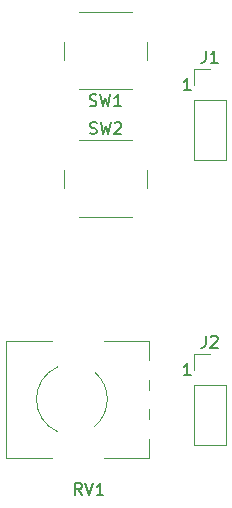
<source format=gbr>
G04 #@! TF.GenerationSoftware,KiCad,Pcbnew,(5.1.8)-1*
G04 #@! TF.CreationDate,2021-07-09T23:14:26+09:00*
G04 #@! TF.ProjectId,L3PSG6n9Side,4c335053-4736-46e3-9953-6964652e6b69,rev?*
G04 #@! TF.SameCoordinates,Original*
G04 #@! TF.FileFunction,Legend,Top*
G04 #@! TF.FilePolarity,Positive*
%FSLAX46Y46*%
G04 Gerber Fmt 4.6, Leading zero omitted, Abs format (unit mm)*
G04 Created by KiCad (PCBNEW (5.1.8)-1) date 2021-07-09 23:14:26*
%MOMM*%
%LPD*%
G01*
G04 APERTURE LIST*
%ADD10C,0.120000*%
%ADD11C,0.150000*%
G04 APERTURE END LIST*
D10*
X77235000Y-85550000D02*
X77235000Y-84050000D01*
X75985000Y-81550000D02*
X71485000Y-81550000D01*
X70235000Y-84050000D02*
X70235000Y-85550000D01*
X71485000Y-88050000D02*
X75985000Y-88050000D01*
X70212000Y-73200000D02*
X70212000Y-74700000D01*
X71462000Y-77200000D02*
X75962000Y-77200000D01*
X77212000Y-74700000D02*
X77212000Y-73200000D01*
X75962000Y-70700000D02*
X71462000Y-70700000D01*
X65314000Y-108426000D02*
X65314000Y-98505000D01*
X77434000Y-100140000D02*
X77434000Y-98505000D01*
X77434000Y-102640000D02*
X77434000Y-101790000D01*
X77434000Y-105140000D02*
X77434000Y-104290000D01*
X77434000Y-108426000D02*
X77434000Y-106790000D01*
X69179000Y-98505000D02*
X65314000Y-98505000D01*
X77434000Y-98505000D02*
X73568000Y-98505000D01*
X69179000Y-108426000D02*
X65314000Y-108426000D01*
X77434000Y-108426000D02*
X73568000Y-108426000D01*
X69702018Y-106227432D02*
G75*
G02*
X69701000Y-100703000I1171982J2762432D01*
G01*
X72802295Y-101167247D02*
G75*
G02*
X72802000Y-105763000I-1928295J-2297753D01*
G01*
X81220000Y-99635000D02*
X82550000Y-99635000D01*
X81220000Y-100965000D02*
X81220000Y-99635000D01*
X81220000Y-102235000D02*
X83880000Y-102235000D01*
X83880000Y-102235000D02*
X83880000Y-107375000D01*
X81220000Y-102235000D02*
X81220000Y-107375000D01*
X81220000Y-107375000D02*
X83880000Y-107375000D01*
X81220000Y-75505000D02*
X82550000Y-75505000D01*
X81220000Y-76835000D02*
X81220000Y-75505000D01*
X81220000Y-78105000D02*
X83880000Y-78105000D01*
X83880000Y-78105000D02*
X83880000Y-83245000D01*
X81220000Y-78105000D02*
X81220000Y-83245000D01*
X81220000Y-83245000D02*
X83880000Y-83245000D01*
D11*
X72401666Y-80954761D02*
X72544523Y-81002380D01*
X72782619Y-81002380D01*
X72877857Y-80954761D01*
X72925476Y-80907142D01*
X72973095Y-80811904D01*
X72973095Y-80716666D01*
X72925476Y-80621428D01*
X72877857Y-80573809D01*
X72782619Y-80526190D01*
X72592142Y-80478571D01*
X72496904Y-80430952D01*
X72449285Y-80383333D01*
X72401666Y-80288095D01*
X72401666Y-80192857D01*
X72449285Y-80097619D01*
X72496904Y-80050000D01*
X72592142Y-80002380D01*
X72830238Y-80002380D01*
X72973095Y-80050000D01*
X73306428Y-80002380D02*
X73544523Y-81002380D01*
X73735000Y-80288095D01*
X73925476Y-81002380D01*
X74163571Y-80002380D01*
X74496904Y-80097619D02*
X74544523Y-80050000D01*
X74639761Y-80002380D01*
X74877857Y-80002380D01*
X74973095Y-80050000D01*
X75020714Y-80097619D01*
X75068333Y-80192857D01*
X75068333Y-80288095D01*
X75020714Y-80430952D01*
X74449285Y-81002380D01*
X75068333Y-81002380D01*
X72378666Y-78604761D02*
X72521523Y-78652380D01*
X72759619Y-78652380D01*
X72854857Y-78604761D01*
X72902476Y-78557142D01*
X72950095Y-78461904D01*
X72950095Y-78366666D01*
X72902476Y-78271428D01*
X72854857Y-78223809D01*
X72759619Y-78176190D01*
X72569142Y-78128571D01*
X72473904Y-78080952D01*
X72426285Y-78033333D01*
X72378666Y-77938095D01*
X72378666Y-77842857D01*
X72426285Y-77747619D01*
X72473904Y-77700000D01*
X72569142Y-77652380D01*
X72807238Y-77652380D01*
X72950095Y-77700000D01*
X73283428Y-77652380D02*
X73521523Y-78652380D01*
X73712000Y-77938095D01*
X73902476Y-78652380D01*
X74140571Y-77652380D01*
X75045333Y-78652380D02*
X74473904Y-78652380D01*
X74759619Y-78652380D02*
X74759619Y-77652380D01*
X74664380Y-77795238D01*
X74569142Y-77890476D01*
X74473904Y-77938095D01*
X71728761Y-111567380D02*
X71395428Y-111091190D01*
X71157333Y-111567380D02*
X71157333Y-110567380D01*
X71538285Y-110567380D01*
X71633523Y-110615000D01*
X71681142Y-110662619D01*
X71728761Y-110757857D01*
X71728761Y-110900714D01*
X71681142Y-110995952D01*
X71633523Y-111043571D01*
X71538285Y-111091190D01*
X71157333Y-111091190D01*
X72014476Y-110567380D02*
X72347809Y-111567380D01*
X72681142Y-110567380D01*
X73538285Y-111567380D02*
X72966857Y-111567380D01*
X73252571Y-111567380D02*
X73252571Y-110567380D01*
X73157333Y-110710238D01*
X73062095Y-110805476D01*
X72966857Y-110853095D01*
X82216666Y-98087380D02*
X82216666Y-98801666D01*
X82169047Y-98944523D01*
X82073809Y-99039761D01*
X81930952Y-99087380D01*
X81835714Y-99087380D01*
X82645238Y-98182619D02*
X82692857Y-98135000D01*
X82788095Y-98087380D01*
X83026190Y-98087380D01*
X83121428Y-98135000D01*
X83169047Y-98182619D01*
X83216666Y-98277857D01*
X83216666Y-98373095D01*
X83169047Y-98515952D01*
X82597619Y-99087380D01*
X83216666Y-99087380D01*
X80930714Y-101417380D02*
X80359285Y-101417380D01*
X80645000Y-101417380D02*
X80645000Y-100417380D01*
X80549761Y-100560238D01*
X80454523Y-100655476D01*
X80359285Y-100703095D01*
X82216666Y-73957380D02*
X82216666Y-74671666D01*
X82169047Y-74814523D01*
X82073809Y-74909761D01*
X81930952Y-74957380D01*
X81835714Y-74957380D01*
X83216666Y-74957380D02*
X82645238Y-74957380D01*
X82930952Y-74957380D02*
X82930952Y-73957380D01*
X82835714Y-74100238D01*
X82740476Y-74195476D01*
X82645238Y-74243095D01*
X80930714Y-77287380D02*
X80359285Y-77287380D01*
X80645000Y-77287380D02*
X80645000Y-76287380D01*
X80549761Y-76430238D01*
X80454523Y-76525476D01*
X80359285Y-76573095D01*
M02*

</source>
